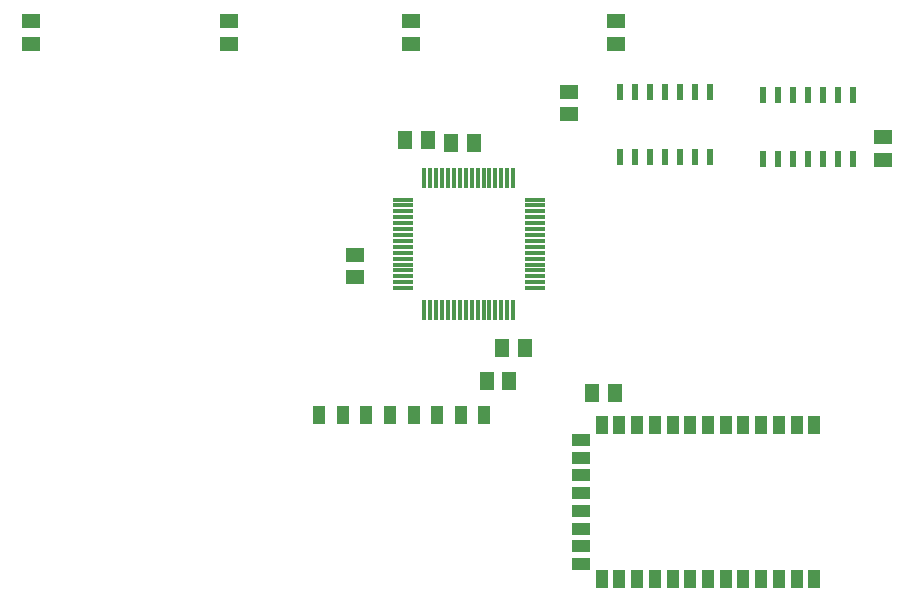
<source format=gtp>
%FSLAX25Y25*%
%MOIN*%
G70*
G01*
G75*
G04 Layer_Color=8421504*
%ADD10R,0.05906X0.03937*%
%ADD11R,0.03937X0.05906*%
%ADD12R,0.01181X0.06890*%
%ADD13R,0.06890X0.01181*%
%ADD14R,0.03937X0.05906*%
%ADD15R,0.05906X0.05118*%
%ADD16R,0.05118X0.05906*%
%ADD17R,0.02362X0.05709*%
%ADD18C,0.00700*%
%ADD19C,0.03000*%
%ADD20C,0.02000*%
%ADD21C,0.01000*%
%ADD22C,0.05512*%
%ADD23C,0.10000*%
%ADD24R,0.03937X0.03937*%
%ADD25C,0.03937*%
%ADD26C,0.05906*%
%ADD27R,0.05906X0.05906*%
%ADD28R,0.05906X0.05906*%
%ADD29C,0.03000*%
%ADD30R,0.03543X0.03740*%
%ADD31R,0.03543X0.03740*%
%ADD32C,0.02362*%
%ADD33C,0.00984*%
%ADD34C,0.00787*%
%ADD35C,0.00500*%
D10*
X202002Y36713D02*
D03*
Y30808D02*
D03*
Y60335D02*
D03*
Y54430D02*
D03*
Y42619D02*
D03*
Y48524D02*
D03*
Y72146D02*
D03*
Y66241D02*
D03*
D11*
X208892Y25886D02*
D03*
X262042Y77067D02*
D03*
X279758D02*
D03*
X273853D02*
D03*
X267947D02*
D03*
X256136D02*
D03*
X250231D02*
D03*
X244325D02*
D03*
X238420D02*
D03*
X232514D02*
D03*
X226609D02*
D03*
X220703D02*
D03*
X214798D02*
D03*
X208892D02*
D03*
X214798Y25886D02*
D03*
X220703D02*
D03*
X226609D02*
D03*
X232514D02*
D03*
X238420D02*
D03*
X244325D02*
D03*
X250231D02*
D03*
X256136D02*
D03*
X262042D02*
D03*
X267947D02*
D03*
X273853D02*
D03*
X279758D02*
D03*
D12*
X149815Y159476D02*
D03*
X151783D02*
D03*
X153752D02*
D03*
X155720D02*
D03*
X157689D02*
D03*
X159657D02*
D03*
X161626D02*
D03*
X163594D02*
D03*
X165563D02*
D03*
X167531D02*
D03*
X169500D02*
D03*
X171468D02*
D03*
X173437D02*
D03*
X175405D02*
D03*
X177374D02*
D03*
X179342D02*
D03*
Y115578D02*
D03*
X177374D02*
D03*
X175405D02*
D03*
X173437D02*
D03*
X171468D02*
D03*
X169500D02*
D03*
X167531D02*
D03*
X165563D02*
D03*
X163594D02*
D03*
X161626D02*
D03*
X159657D02*
D03*
X157689D02*
D03*
X155720D02*
D03*
X153752D02*
D03*
X151783D02*
D03*
X149815D02*
D03*
D13*
X186527Y152291D02*
D03*
Y150322D02*
D03*
Y148354D02*
D03*
Y146385D02*
D03*
Y144417D02*
D03*
Y142448D02*
D03*
Y140480D02*
D03*
Y138511D02*
D03*
Y136543D02*
D03*
Y134574D02*
D03*
Y132606D02*
D03*
Y130637D02*
D03*
Y128669D02*
D03*
Y126700D02*
D03*
Y124732D02*
D03*
Y122763D02*
D03*
X142629D02*
D03*
Y124732D02*
D03*
Y126700D02*
D03*
Y128669D02*
D03*
Y130637D02*
D03*
Y132606D02*
D03*
Y134574D02*
D03*
Y136543D02*
D03*
Y138511D02*
D03*
Y140480D02*
D03*
Y142448D02*
D03*
Y144417D02*
D03*
Y146385D02*
D03*
Y148354D02*
D03*
Y150322D02*
D03*
Y152291D02*
D03*
D14*
X114686Y80560D02*
D03*
X122560D02*
D03*
X130434D02*
D03*
X138308D02*
D03*
X146182D02*
D03*
X154056D02*
D03*
X161930D02*
D03*
X169804D02*
D03*
D15*
X302827Y165545D02*
D03*
Y173025D02*
D03*
X84830Y211698D02*
D03*
Y204217D02*
D03*
X18541Y211698D02*
D03*
Y204217D02*
D03*
X145282Y211698D02*
D03*
Y204217D02*
D03*
X213658D02*
D03*
Y211698D02*
D03*
X198003Y180698D02*
D03*
Y188178D02*
D03*
X126707Y133860D02*
D03*
Y126380D02*
D03*
D16*
X183173Y102688D02*
D03*
X175693D02*
D03*
X178017Y91721D02*
D03*
X170536D02*
D03*
X213307Y87813D02*
D03*
X205827D02*
D03*
X150855Y172164D02*
D03*
X143375D02*
D03*
X166179Y171247D02*
D03*
X158698D02*
D03*
D17*
X214966Y166587D02*
D03*
X219966D02*
D03*
X224966D02*
D03*
X229966D02*
D03*
X234966D02*
D03*
X239966D02*
D03*
X244966D02*
D03*
X214966Y188044D02*
D03*
X219966D02*
D03*
X224966D02*
D03*
X229966D02*
D03*
X234966D02*
D03*
X239966D02*
D03*
X244966D02*
D03*
X262760Y165678D02*
D03*
X267760D02*
D03*
X272760D02*
D03*
X277760D02*
D03*
X282760D02*
D03*
X287760D02*
D03*
X292760D02*
D03*
X262760Y187135D02*
D03*
X267760D02*
D03*
X272760D02*
D03*
X277760D02*
D03*
X282760D02*
D03*
X287760D02*
D03*
X292760D02*
D03*
M02*

</source>
